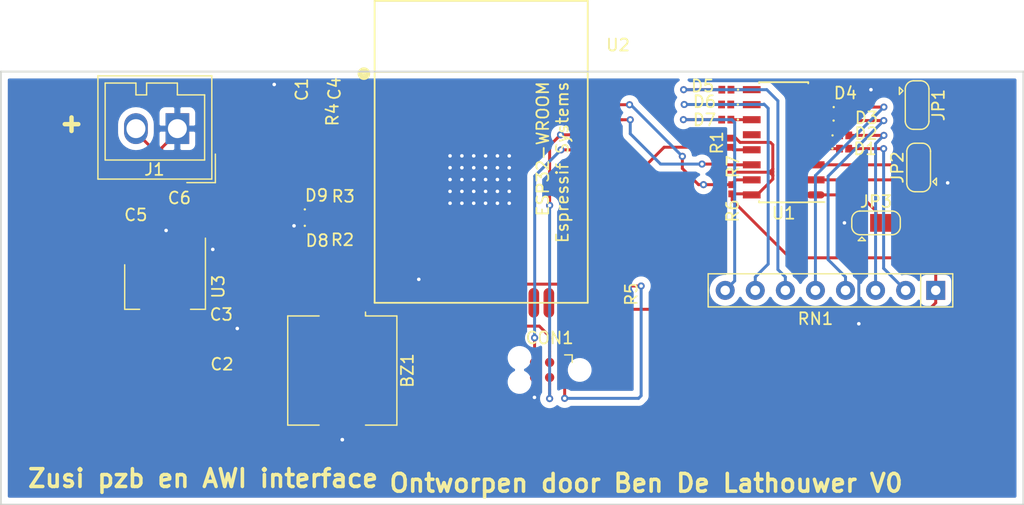
<source format=kicad_pcb>
(kicad_pcb (version 20171130) (host pcbnew "(5.0.0-rc2-dev-444-g2974a2c10)")
  (title_block (title "Zusi PZB interface ") (date 2018-05-13) (rev V0) (comment 1 "ontworpen door BDL"))
  (layers (0 F.Cu signal) (31 B.Cu signal) (34 B.Paste user) (35 F.Paste user) (36 B.SilkS user) (37 F.SilkS user) (38 B.Mask user) (39 F.Mask user) (44 Edge.Cuts user))
  (net 0 "")
  (net 1 "Net-(BZ1-Pad1)")
  (net 2 GND)
  (net 3 +3V3)
  (net 4 /GPIO0)
  (net 5 /Enable)
  (net 6 /RX)
  (net 7 /TX)
  (net 8 "Net-(JP1-Pad2)")
  (net 9 "Net-(JP2-Pad2)")
  (net 10 "Net-(JP3-Pad2)")
  (net 11 /~int)
  (net 12 "Net-(R2-Pad1)")
  (net 13 "Net-(D1-Pad2)")
  (net 14 "Net-(D2-Pad2)")
  (net 15 "Net-(R3-Pad1)")
  (net 16 /SDA)
  (net 17 /SCL)
  (net 18 "Net-(U1-Pad12)")
  (net 19 "Net-(U2-Pad32)")
  (net 20 "Net-(U2-Pad31)")
  (net 21 "Net-(U2-Pad30)")
  (net 22 "Net-(U2-Pad29)")
  (net 23 "Net-(U2-Pad28)")
  (net 24 "Net-(U2-Pad27)")
  (net 25 "Net-(U2-Pad26)")
  (net 26 "Net-(U2-Pad24)")
  (net 27 "Net-(U2-Pad23)")
  (net 28 "Net-(U2-Pad22)")
  (net 29 "Net-(U2-Pad21)")
  (net 30 "Net-(U2-Pad20)")
  (net 31 "Net-(U2-Pad19)")
  (net 32 "Net-(U2-Pad18)")
  (net 33 "Net-(U2-Pad17)")
  (net 34 "Net-(U2-Pad16)")
  (net 35 "Net-(U2-Pad13)")
  (net 36 "Net-(U2-Pad12)")
  (net 37 "Net-(U2-Pad8)")
  (net 38 "Net-(U2-Pad7)")
  (net 39 "Net-(U2-Pad6)")
  (net 40 "Net-(U2-Pad5)")
  (net 41 "Net-(U2-Pad4)")
  (net 42 +12V)
  (net 43 "Net-(D1-Pad1)")
  (net 44 "Net-(D2-Pad1)")
  (net 45 "Net-(D3-Pad1)")
  (net 46 "Net-(D3-Pad2)")
  (net 47 "Net-(D4-Pad2)")
  (net 48 "Net-(D4-Pad1)")
  (net 49 "Net-(D5-Pad1)")
  (net 50 "Net-(D5-Pad2)")
  (net 51 "Net-(D6-Pad2)")
  (net 52 "Net-(D6-Pad1)")
  (net 53 "Net-(D7-Pad1)")
  (net 54 "Net-(D7-Pad2)")
  (net 55 "Net-(D8-Pad2)")
  (net 56 "Net-(D9-Pad2)")
  (net 57 "Net-(U2-Pad11)")
  (module Buzzer_Beeper:Buzzer_Murata_PKMCS0909E4000-R1 (layer F.Cu) (at 159.9 81.13 270)
    (fp_text reference BZ1 (at 0 -5.5 270) (layer F.SilkS))
    (fp_text value Buzzer)
    (pad 1 smd rect (at -4.35 0 270) (size 1.3 3.4) (layers F.Cu F.Paste F.Mask) (net 1 "Net-(BZ1-Pad1)"))
    (pad 2 smd rect (at 4.35 0 270) (size 1.3 3.4) (layers F.Cu F.Paste F.Mask) (net 2 GND))
  )
  (module Package_SO:SOIC-16_3.9x9.9mm_P1.27mm (layer F.Cu) (at 197.18 61.85 180)
    (fp_text reference U1 (at 0 -6 180) (layer F.SilkS))
    (fp_text value PCF8574A)
    (pad 1 smd oval (at -2.7 -4.445 180) (size 1.5 0.6) (layers F.Cu F.Paste F.Mask) (net 10 "Net-(JP3-Pad2)"))
    (pad 2 smd rect (at -2.7 -3.175 180) (size 1.5 0.6) (layers F.Cu F.Paste F.Mask) (net 9 "Net-(JP2-Pad2)"))
    (pad 3 smd rect (at -2.7 -1.905 180) (size 1.5 0.6) (layers F.Cu F.Paste F.Mask) (net 8 "Net-(JP1-Pad2)"))
    (pad 4 smd rect (at -2.7 -0.635 180) (size 1.5 0.6) (layers F.Cu F.Paste F.Mask) (net 43 "Net-(D1-Pad1)"))
    (pad 5 smd rect (at -2.7 0.635 180) (size 1.5 0.6) (layers F.Cu F.Paste F.Mask) (net 44 "Net-(D2-Pad1)"))
    (pad 6 smd rect (at -2.7 1.905 180) (size 1.5 0.6) (layers F.Cu F.Paste F.Mask) (net 45 "Net-(D3-Pad1)"))
    (pad 7 smd rect (at -2.7 3.175 180) (size 1.5 0.6) (layers F.Cu F.Paste F.Mask) (net 48 "Net-(D4-Pad1)"))
    (pad 8 smd rect (at -2.7 4.445 180) (size 1.5 0.6) (layers F.Cu F.Paste F.Mask) (net 2 GND))
    (pad 9 smd rect (at 2.7 4.445 180) (size 1.5 0.6) (layers F.Cu F.Paste F.Mask) (net 49 "Net-(D5-Pad1)"))
    (pad 10 smd rect (at 2.7 3.175 180) (size 1.5 0.6) (layers F.Cu F.Paste F.Mask) (net 52 "Net-(D6-Pad1)"))
    (pad 11 smd rect (at 2.7 1.905 180) (size 1.5 0.6) (layers F.Cu F.Paste F.Mask) (net 53 "Net-(D7-Pad1)"))
    (pad 12 smd rect (at 2.7 0.635 180) (size 1.5 0.6) (layers F.Cu F.Paste F.Mask) (net 18 "Net-(U1-Pad12)"))
    (pad 13 smd rect (at 2.7 -0.635 180) (size 1.5 0.6) (layers F.Cu F.Paste F.Mask) (net 11 /~int))
    (pad 14 smd rect (at 2.7 -1.905 180) (size 1.5 0.6) (layers F.Cu F.Paste F.Mask) (net 17 /SCL))
    (pad 15 smd rect (at 2.7 -3.175 180) (size 1.5 0.6) (layers F.Cu F.Paste F.Mask) (net 16 /SDA))
    (pad 16 smd rect (at 2.7 -4.445 180) (size 1.5 0.6) (layers F.Cu F.Paste F.Mask) (net 3 +3V3))
  )
  (module ESP32-footprints-Lib:ESP32-WROOM (layer F.Cu) (at 171.63 62.66 180)
    (fp_text reference U2 (at -11.557 9.017 180) (layer F.SilkS))
    (fp_text value ESP32-WROOM)
    (fp_text user "Espressif Systems" (at -6.858 -0.889 270) (layer F.SilkS))
    (fp_text user ESP32-WROOM (at -5.207 0.254 270) (layer F.SilkS))
    (pad 38 smd oval (at -9 5.25 180) (size 2.5 0.9) (layers F.Cu F.Paste F.Mask) (net 2 GND))
    (pad 37 smd oval (at -9 3.98 180) (size 2.5 0.9) (layers F.Cu F.Paste F.Mask) (net 16 /SDA))
    (pad 36 smd oval (at -9 2.71 180) (size 2.5 0.9) (layers F.Cu F.Paste F.Mask) (net 17 /SCL))
    (pad 35 smd oval (at -9 1.44 180) (size 2.5 0.9) (layers F.Cu F.Paste F.Mask) (net 6 /RX))
    (pad 34 smd oval (at -9 0.17 180) (size 2.5 0.9) (layers F.Cu F.Paste F.Mask) (net 7 /TX))
    (pad 33 smd oval (at -9 -1.1 180) (size 2.5 0.9) (layers F.Cu F.Paste F.Mask) (net 11 /~int))
    (pad 32 smd oval (at -9 -2.37 180) (size 2.5 0.9) (layers F.Cu F.Paste F.Mask) (net 19 "Net-(U2-Pad32)"))
    (pad 31 smd oval (at -9 -3.64 180) (size 2.5 0.9) (layers F.Cu F.Paste F.Mask) (net 20 "Net-(U2-Pad31)"))
    (pad 30 smd oval (at -9 -4.91 180) (size 2.5 0.9) (layers F.Cu F.Paste F.Mask) (net 21 "Net-(U2-Pad30)"))
    (pad 29 smd oval (at -9 -6.18 180) (size 2.5 0.9) (layers F.Cu F.Paste F.Mask) (net 22 "Net-(U2-Pad29)"))
    (pad 28 smd oval (at -9 -7.45 180) (size 2.5 0.9) (layers F.Cu F.Paste F.Mask) (net 23 "Net-(U2-Pad28)"))
    (pad 27 smd oval (at -9 -8.72 180) (size 2.5 0.9) (layers F.Cu F.Paste F.Mask) (net 24 "Net-(U2-Pad27)"))
    (pad 26 smd oval (at -9 -9.99 180) (size 2.5 0.9) (layers F.Cu F.Paste F.Mask) (net 25 "Net-(U2-Pad26)"))
    (pad 25 smd oval (at -9 -11.26 180) (size 2.5 0.9) (layers F.Cu F.Paste F.Mask) (net 4 /GPIO0))
    (pad 24 smd oval (at -5.715 -12.75 180) (size 0.9 2.5) (layers F.Cu F.Paste F.Mask) (net 26 "Net-(U2-Pad24)"))
    (pad 23 smd oval (at -4.445 -12.75 180) (size 0.9 2.5) (layers F.Cu F.Paste F.Mask) (net 27 "Net-(U2-Pad23)"))
    (pad 22 smd oval (at -3.175 -12.75 180) (size 0.9 2.5) (layers F.Cu F.Paste F.Mask) (net 28 "Net-(U2-Pad22)"))
    (pad 21 smd oval (at -1.905 -12.75 180) (size 0.9 2.5) (layers F.Cu F.Paste F.Mask) (net 29 "Net-(U2-Pad21)"))
    (pad 20 smd oval (at -0.635 -12.75 180) (size 0.9 2.5) (layers F.Cu F.Paste F.Mask) (net 30 "Net-(U2-Pad20)"))
    (pad 19 smd oval (at 0.635 -12.75 180) (size 0.9 2.5) (layers F.Cu F.Paste F.Mask) (net 31 "Net-(U2-Pad19)"))
    (pad 18 smd oval (at 1.905 -12.75 180) (size 0.9 2.5) (layers F.Cu F.Paste F.Mask) (net 32 "Net-(U2-Pad18)"))
    (pad 17 smd oval (at 3.175 -12.75 180) (size 0.9 2.5) (layers F.Cu F.Paste F.Mask) (net 33 "Net-(U2-Pad17)"))
    (pad 16 smd oval (at 4.445 -12.75 180) (size 0.9 2.5) (layers F.Cu F.Paste F.Mask) (net 34 "Net-(U2-Pad16)"))
    (pad 15 smd oval (at 5.715 -12.75 180) (size 0.9 2.5) (layers F.Cu F.Paste F.Mask) (net 2 GND))
    (pad 14 smd oval (at 9 -11.26 180) (size 2.5 0.9) (layers F.Cu F.Paste F.Mask) (net 1 "Net-(BZ1-Pad1)"))
    (pad 13 smd oval (at 9 -9.99 180) (size 2.5 0.9) (layers F.Cu F.Paste F.Mask) (net 35 "Net-(U2-Pad13)"))
    (pad 12 smd oval (at 9 -8.72 180) (size 2.5 0.9) (layers F.Cu F.Paste F.Mask) (net 36 "Net-(U2-Pad12)"))
    (pad 11 smd oval (at 9 -7.45 180) (size 2.5 0.9) (layers F.Cu F.Paste F.Mask) (net 57 "Net-(U2-Pad11)"))
    (pad 10 smd oval (at 9 -6.18 180) (size 2.5 0.9) (layers F.Cu F.Paste F.Mask) (net 12 "Net-(R2-Pad1)"))
    (pad 9 smd oval (at 9 -4.91 180) (size 2.5 0.9) (layers F.Cu F.Paste F.Mask) (net 15 "Net-(R3-Pad1)"))
    (pad 8 smd oval (at 9 -3.64 180) (size 2.5 0.9) (layers F.Cu F.Paste F.Mask) (net 37 "Net-(U2-Pad8)"))
    (pad 7 smd oval (at 9 -2.37 180) (size 2.5 0.9) (layers F.Cu F.Paste F.Mask) (net 38 "Net-(U2-Pad7)"))
    (pad 6 smd oval (at 9 -1.1 180) (size 2.5 0.9) (layers F.Cu F.Paste F.Mask) (net 39 "Net-(U2-Pad6)"))
    (pad 5 smd oval (at 9 0.17 180) (size 2.5 0.9) (layers F.Cu F.Paste F.Mask) (net 40 "Net-(U2-Pad5)"))
    (pad 4 smd oval (at 9 1.44 180) (size 2.5 0.9) (layers F.Cu F.Paste F.Mask) (net 41 "Net-(U2-Pad4)"))
    (pad 3 smd oval (at 9 2.71 180) (size 2.5 0.9) (layers F.Cu F.Paste F.Mask) (net 5 /Enable))
    (pad 2 smd oval (at 9 3.98 180) (size 2.5 0.9) (layers F.Cu F.Paste F.Mask) (net 3 +3V3))
    (pad 1 smd oval (at 9 5.25 180) (size 2.5 0.9) (layers F.Cu F.Paste F.Mask) (net 2 GND))
    (pad 39 smd rect (at 0.3 -2.45 180) (size 6 6) (layers F.Cu F.Paste F.Mask) (net 2 GND))
  )
  (module Package_TO_SOT_SMD:SOT-223 (layer F.Cu) (at 144.93 74.05 270)
    (fp_text reference U3 (at 0 -4.5 270) (layer F.SilkS))
    (fp_text value NCP1117ST33T3G)
    (pad 4 smd rect (at 3.15 0 270) (size 2 3.8) (layers F.Cu F.Paste F.Mask) (net 3 +3V3))
    (pad 2 smd rect (at -3.15 0 270) (size 2 1.5) (layers F.Cu F.Paste F.Mask) (net 3 +3V3))
    (pad 3 smd rect (at -3.15 2.3 270) (size 2 1.5) (layers F.Cu F.Paste F.Mask) (net 42 +12V))
    (pad 1 smd rect (at -3.15 -2.3 270) (size 2 1.5) (layers F.Cu F.Paste F.Mask) (net 2 GND))
  )
  (module Resistor_SMD:R_0402_1005Metric (layer F.Cu) (at 149.68 77.58)
    (fp_text reference C3 (at 0 -1.18) (layer F.SilkS))
    (fp_text value C_Small)
    (pad 1 smd rect (at -0.3875 0) (size 0.575 0.65) (layers F.Cu F.Paste F.Mask) (net 3 +3V3))
    (pad 2 smd rect (at 0.3875 0) (size 0.575 0.65) (layers F.Cu F.Paste F.Mask) (net 2 GND))
  )
  (module Resistor_SMD:R_0402_1005Metric (layer F.Cu) (at 144.28 67.83 180)
    (fp_text reference C5 (at 1.82 -0.16 180) (layer F.SilkS))
    (fp_text value C_Small hide)
    (pad 1 smd rect (at -0.3875 0 180) (size 0.575 0.65) (layers F.Cu F.Paste F.Mask) (net 2 GND))
    (pad 2 smd rect (at 0.3875 0 180) (size 0.575 0.65) (layers F.Cu F.Paste F.Mask) (net 42 +12V))
  )
  (module Resistor_SMD:R_0402_1005Metric (layer F.Cu) (at 144.26 66.7)
    (fp_text reference C6 (at 1.88 -0.14) (layer F.SilkS))
    (fp_text value C_Small hide)
    (pad 2 smd rect (at 0.3875 0) (size 0.575 0.65) (layers F.Cu F.Paste F.Mask) (net 2 GND))
    (pad 1 smd rect (at -0.3875 0) (size 0.575 0.65) (layers F.Cu F.Paste F.Mask) (net 42 +12V))
  )
  (module LED_SMD:LED_0402_1005Metric (layer F.Cu) (at 202.28 62.39)
    (fp_text reference D1 (at 1.77 0.02) (layer F.SilkS))
    (fp_text value LED_Small_ALT)
    (pad 2 smd rect (at 0.3875 0) (size 0.575 0.65) (layers F.Cu F.Paste F.Mask) (net 13 "Net-(D1-Pad2)"))
    (pad 1 smd rect (at -0.3875 0) (size 0.575 0.65) (layers F.Cu F.Paste F.Mask) (net 43 "Net-(D1-Pad1)"))
  )
  (module LED_SMD:LED_0402_1005Metric (layer F.Cu) (at 202.29 61.27)
    (fp_text reference D2 (at 1.85 -0.15) (layer F.SilkS))
    (fp_text value LED_Small_ALT)
    (pad 1 smd rect (at -0.3875 0) (size 0.575 0.65) (layers F.Cu F.Paste F.Mask) (net 44 "Net-(D2-Pad1)"))
    (pad 2 smd rect (at 0.3875 0) (size 0.575 0.65) (layers F.Cu F.Paste F.Mask) (net 14 "Net-(D2-Pad2)"))
  )
  (module LED_SMD:LED_0402_1005Metric (layer F.Cu) (at 202.38 60.02)
    (fp_text reference D3 (at 1.79 -0.23) (layer F.SilkS))
    (fp_text value LED_Small_ALT)
    (pad 1 smd rect (at -0.3875 0) (size 0.575 0.65) (layers F.Cu F.Paste F.Mask) (net 45 "Net-(D3-Pad1)"))
    (pad 2 smd rect (at 0.3875 0) (size 0.575 0.65) (layers F.Cu F.Paste F.Mask) (net 46 "Net-(D3-Pad2)"))
  )
  (module LED_SMD:LED_0402_1005Metric (layer F.Cu) (at 202.39 58.88)
    (fp_text reference D4 (at 0 -1.18) (layer F.SilkS))
    (fp_text value LED_Small_ALT)
    (pad 2 smd rect (at 0.3875 0) (size 0.575 0.65) (layers F.Cu F.Paste F.Mask) (net 47 "Net-(D4-Pad2)"))
    (pad 1 smd rect (at -0.3875 0) (size 0.575 0.65) (layers F.Cu F.Paste F.Mask) (net 48 "Net-(D4-Pad1)"))
  )
  (module LED_SMD:LED_0402_1005Metric (layer F.Cu) (at 192.34 57.41 180)
    (fp_text reference D5 (at 2 0.31 180) (layer F.SilkS))
    (fp_text value LED_Small_ALT)
    (pad 1 smd rect (at -0.3875 0 180) (size 0.575 0.65) (layers F.Cu F.Paste F.Mask) (net 49 "Net-(D5-Pad1)"))
    (pad 2 smd rect (at 0.3875 0 180) (size 0.575 0.65) (layers F.Cu F.Paste F.Mask) (net 50 "Net-(D5-Pad2)"))
  )
  (module LED_SMD:LED_0402_1005Metric (layer F.Cu) (at 192.32 58.66 180)
    (fp_text reference D6 (at 1.83 0.23 180) (layer F.SilkS))
    (fp_text value LED_Small_ALT)
    (pad 2 smd rect (at 0.3875 0 180) (size 0.575 0.65) (layers F.Cu F.Paste F.Mask) (net 51 "Net-(D6-Pad2)"))
    (pad 1 smd rect (at -0.3875 0 180) (size 0.575 0.65) (layers F.Cu F.Paste F.Mask) (net 52 "Net-(D6-Pad1)"))
  )
  (module LED_SMD:LED_0402_1005Metric (layer F.Cu) (at 192.33 59.94 180)
    (fp_text reference D7 (at 1.84 -0.02 180) (layer F.SilkS))
    (fp_text value LED_Small_ALT)
    (pad 1 smd rect (at -0.3875 0 180) (size 0.575 0.65) (layers F.Cu F.Paste F.Mask) (net 53 "Net-(D7-Pad1)"))
    (pad 2 smd rect (at 0.3875 0 180) (size 0.575 0.65) (layers F.Cu F.Paste F.Mask) (net 54 "Net-(D7-Pad2)"))
  )
  (module LED_SMD:LED_0402_1005Metric (layer F.Cu) (at 157.72 67.52)
    (fp_text reference D9 (at 0 -1.18) (layer F.SilkS))
    (fp_text value LED_Small_ALT)
    (pad 1 smd rect (at -0.3875 0) (size 0.575 0.65) (layers F.Cu F.Paste F.Mask) (net 2 GND))
    (pad 2 smd rect (at 0.3875 0) (size 0.575 0.65) (layers F.Cu F.Paste F.Mask) (net 56 "Net-(D9-Pad2)"))
  )
  (module Connector_Wago:Wago_734-132_1x02_P3.50mm_Vertical (layer F.Cu) (at 145.97 60.7 180)
    (fp_text reference J1 (at 1.94 -3.45 180) (layer F.SilkS))
    (fp_text value Conn_01x02)
    (pad 1 thru_hole rect (at 0 0 180) (size 2 2.6) (drill 1.6) (layers *.Cu *.Mask) (net 2 GND))
    (pad 2 thru_hole oval (at 3.5 0 180) (size 2 2.6) (drill 1.6) (layers *.Cu *.Mask) (net 42 +12V))
  )
  (module Jumper:SolderJumper-3_P1.3mm_Open_RoundedPad1.0x1.5mm (layer F.Cu) (at 208.45 58.71 270)
    (fp_text reference JP1 (at 0 -1.8 270) (layer F.SilkS))
    (fp_text value SolderJumper_3_Open)
    (pad 3 smd rect (at 1 0 270) (size 0.5 1.5) (layers F.Cu F.Mask) (net 3 +3V3))
    (pad 3 smd roundrect (at 1.3 0 270) (size 1 1.5) (layers F.Cu F.Mask) (roundrect_rratio 0.5) (net 3 +3V3))
    (pad 2 smd rect (at 0 0 270) (size 1 1.5) (layers F.Cu F.Mask) (net 8 "Net-(JP1-Pad2)"))
    (pad 1 smd rect (at -1 0 270) (size 0.5 1.5) (layers F.Cu F.Mask) (net 2 GND))
    (pad 1 smd roundrect (at -1.3 0 270) (size 1 1.5) (layers F.Cu F.Mask) (roundrect_rratio 0.5) (net 2 GND))
  )
  (module Jumper:SolderJumper-3_P1.3mm_Open_RoundedPad1.0x1.5mm (layer F.Cu) (at 208.58 63.98 90)
    (fp_text reference JP2 (at 0 -1.8 90) (layer F.SilkS))
    (fp_text value SolderJumper_3_Open)
    (pad 1 smd roundrect (at -1.3 0 90) (size 1 1.5) (layers F.Cu F.Mask) (roundrect_rratio 0.5) (net 2 GND))
    (pad 1 smd rect (at -1 0 90) (size 0.5 1.5) (layers F.Cu F.Mask) (net 2 GND))
    (pad 2 smd rect (at 0 0 90) (size 1 1.5) (layers F.Cu F.Mask) (net 9 "Net-(JP2-Pad2)"))
    (pad 3 smd roundrect (at 1.3 0 90) (size 1 1.5) (layers F.Cu F.Mask) (roundrect_rratio 0.5) (net 3 +3V3))
    (pad 3 smd rect (at 1 0 90) (size 0.5 1.5) (layers F.Cu F.Mask) (net 3 +3V3))
  )
  (module Jumper:SolderJumper-3_P1.3mm_Open_RoundedPad1.0x1.5mm (layer F.Cu) (at 204.98 68.66)
    (fp_text reference JP3 (at 0 -1.8) (layer F.SilkS))
    (fp_text value SolderJumper_3_Open)
    (pad 1 smd roundrect (at -1.3 0) (size 1 1.5) (layers F.Cu F.Mask) (roundrect_rratio 0.5) (net 2 GND))
    (pad 1 smd rect (at -1 0) (size 0.5 1.5) (layers F.Cu F.Mask) (net 2 GND))
    (pad 2 smd rect (at 0 0) (size 1 1.5) (layers F.Cu F.Mask) (net 10 "Net-(JP3-Pad2)"))
    (pad 3 smd roundrect (at 1.3 0) (size 1 1.5) (layers F.Cu F.Mask) (roundrect_rratio 0.5) (net 3 +3V3))
    (pad 3 smd rect (at 1 0) (size 0.5 1.5) (layers F.Cu F.Mask) (net 3 +3V3))
  )
  (module Resistor_SMD:R_0402_1005Metric (layer F.Cu) (at 159.96 67.52 180)
    (fp_text reference R3 (at -0.02 1.1 180) (layer F.SilkS))
    (fp_text value R)
    (pad 1 smd rect (at -0.3875 0 180) (size 0.575 0.65) (layers F.Cu F.Paste F.Mask) (net 15 "Net-(R3-Pad1)"))
    (pad 2 smd rect (at 0.3875 0 180) (size 0.575 0.65) (layers F.Cu F.Paste F.Mask) (net 56 "Net-(D9-Pad2)"))
  )
  (module Resistor_SMD:R_0402_1005Metric (layer F.Cu) (at 192.83 65.82 270)
    (fp_text reference R6 (at 1.83 -0.03 270) (layer F.SilkS))
    (fp_text value R)
    (pad 2 smd rect (at 0.3875 0 270) (size 0.575 0.65) (layers F.Cu F.Paste F.Mask) (net 3 +3V3))
    (pad 1 smd rect (at -0.3875 0 270) (size 0.575 0.65) (layers F.Cu F.Paste F.Mask) (net 16 /SDA))
  )
  (module Resistor_SMD:R_0402_1005Metric (layer F.Cu) (at 191.49 64.08 270)
    (fp_text reference R7 (at -0.17 -1.41 270) (layer F.SilkS))
    (fp_text value R)
    (pad 1 smd rect (at -0.3875 0 270) (size 0.575 0.65) (layers F.Cu F.Paste F.Mask) (net 17 /SCL))
    (pad 2 smd rect (at 0.3875 0 270) (size 0.575 0.65) (layers F.Cu F.Paste F.Mask) (net 3 +3V3))
  )
  (module Resistor_THT:R_Array_SIP8 (layer F.Cu) (at 210.02 74.36 180)
    (fp_text reference RN1 (at 10.16 -2.4 180) (layer F.SilkS))
    (fp_text value R_Network07)
    (pad 1 thru_hole rect (at 0 0 180) (size 1.6 1.6) (drill 0.8) (layers *.Cu *.Mask) (net 3 +3V3))
    (pad 2 thru_hole oval (at 2.54 0 180) (size 1.6 1.6) (drill 0.8) (layers *.Cu *.Mask) (net 13 "Net-(D1-Pad2)"))
    (pad 3 thru_hole oval (at 5.08 0 180) (size 1.6 1.6) (drill 0.8) (layers *.Cu *.Mask) (net 14 "Net-(D2-Pad2)"))
    (pad 4 thru_hole oval (at 7.62 0 180) (size 1.6 1.6) (drill 0.8) (layers *.Cu *.Mask) (net 46 "Net-(D3-Pad2)"))
    (pad 5 thru_hole oval (at 10.16 0 180) (size 1.6 1.6) (drill 0.8) (layers *.Cu *.Mask) (net 47 "Net-(D4-Pad2)"))
    (pad 6 thru_hole oval (at 12.7 0 180) (size 1.6 1.6) (drill 0.8) (layers *.Cu *.Mask) (net 50 "Net-(D5-Pad2)"))
    (pad 7 thru_hole oval (at 15.24 0 180) (size 1.6 1.6) (drill 0.8) (layers *.Cu *.Mask) (net 51 "Net-(D6-Pad2)"))
    (pad 8 thru_hole oval (at 17.78 0 180) (size 1.6 1.6) (drill 0.8) (layers *.Cu *.Mask) (net 54 "Net-(D7-Pad2)"))
  )
  (module Resistor_SMD:R_0402_1005Metric (layer F.Cu) (at 192.71 61.89 270)
    (fp_text reference R1 (at 0 1.17 270) (layer F.SilkS))
    (fp_text value R)
    (pad 1 smd rect (at -0.3875 0 270) (size 0.575 0.65) (layers F.Cu F.Paste F.Mask) (net 3 +3V3))
    (pad 2 smd rect (at 0.3875 0 270) (size 0.575 0.65) (layers F.Cu F.Paste F.Mask) (net 11 /~int))
  )
  (module Resistor_SMD:R_0402_1005Metric (layer F.Cu) (at 157.69 57.35 270)
    (fp_text reference C1 (at 0.05 1.21 270) (layer F.SilkS))
    (fp_text value C_Small)
    (pad 2 smd rect (at 0.3875 0 270) (size 0.575 0.65) (layers F.Cu F.Paste F.Mask) (net 3 +3V3))
    (pad 1 smd rect (at -0.3875 0 270) (size 0.575 0.65) (layers F.Cu F.Paste F.Mask) (net 2 GND))
  )
  (module Resistor_SMD:R_0402_1005Metric (layer F.Cu) (at 149.64 79.09)
    (fp_text reference C2 (at 0.0975 1.51) (layer F.SilkS))
    (fp_text value C_Small)
    (pad 1 smd rect (at -0.3875 0) (size 0.575 0.65) (layers F.Cu F.Paste F.Mask) (net 3 +3V3))
    (pad 2 smd rect (at 0.3875 0) (size 0.575 0.65) (layers F.Cu F.Paste F.Mask) (net 2 GND))
  )
  (module Resistor_SMD:R_0402_1005Metric (layer F.Cu) (at 160.28 57.32 270)
    (fp_text reference C4 (at 0 1.04 270) (layer F.SilkS))
    (fp_text value C_Small)
    (pad 1 smd rect (at -0.3875 0 270) (size 0.575 0.65) (layers F.Cu F.Paste F.Mask) (net 2 GND))
    (pad 2 smd rect (at 0.3875 0 270) (size 0.575 0.65) (layers F.Cu F.Paste F.Mask) (net 3 +3V3))
  )
  (module Connector:Tag-Connect_TC2030-IDC-NL_2x03_P1.27mm_Vertical (layer F.Cu) (at 177.41 81.08 180)
    (fp_text reference CON1 (at 0 2.7 180) (layer F.SilkS))
    (fp_text value TAGconnect)
    (pad "" np_thru_hole circle (at 2.54 -1.016 180) (size 0.9906 0.9906) (drill 0.9906) (layers *.Cu *.Mask))
    (pad "" np_thru_hole circle (at 2.54 1.016 180) (size 0.9906 0.9906) (drill 0.9906) (layers *.Cu *.Mask))
    (pad "" np_thru_hole circle (at -2.54 0 180) (size 0.9906 0.9906) (drill 0.9906) (layers *.Cu *.Mask))
    (pad 1 connect circle (at -1.27 0.635 180) (size 0.7874 0.7874) (layers F.Cu F.Mask) (net 3 +3V3))
    (pad 2 connect circle (at -1.27 -0.635 180) (size 0.7874 0.7874) (layers F.Cu F.Mask) (net 4 /GPIO0))
    (pad 3 connect circle (at 0 0.635 180) (size 0.7874 0.7874) (layers F.Cu F.Mask) (net 5 /Enable))
    (pad 4 connect circle (at 0 -0.635 180) (size 0.7874 0.7874) (layers F.Cu F.Mask) (net 6 /RX))
    (pad 5 connect circle (at 1.27 0.635 180) (size 0.7874 0.7874) (layers F.Cu F.Mask) (net 7 /TX))
    (pad 6 connect circle (at 1.27 -0.635 180) (size 0.7874 0.7874) (layers F.Cu F.Mask) (net 2 GND))
  )
  (module LED_SMD:LED_0402_1005Metric (layer F.Cu) (at 157.717381 68.9075)
    (fp_text reference D8 (at 0.062619 1.2525) (layer F.SilkS))
    (fp_text value LED_Small_ALT)
    (pad 1 smd rect (at -0.3875 0) (size 0.575 0.65) (layers F.Cu F.Paste F.Mask) (net 2 GND))
    (pad 2 smd rect (at 0.3875 0) (size 0.575 0.65) (layers F.Cu F.Paste F.Mask) (net 55 "Net-(D8-Pad2)"))
  )
  (module Resistor_SMD:R_0402_1005Metric (layer F.Cu) (at 159.9175 68.91 180)
    (fp_text reference R2 (at 0 -1.18 180) (layer F.SilkS))
    (fp_text value R)
    (pad 1 smd rect (at -0.3875 0 180) (size 0.575 0.65) (layers F.Cu F.Paste F.Mask) (net 12 "Net-(R2-Pad1)"))
    (pad 2 smd rect (at 0.3875 0 180) (size 0.575 0.65) (layers F.Cu F.Paste F.Mask) (net 55 "Net-(D8-Pad2)"))
  )
  (module Inductor_SMD:L_0402_1005Metric (layer F.Cu) (at 160.26 59.59 270)
    (fp_text reference R4 (at -0.07 1.19 270) (layer F.SilkS))
    (fp_text value R)
    (pad 1 smd rect (at -0.3875 0 270) (size 0.575 0.65) (layers F.Cu F.Paste F.Mask) (net 3 +3V3))
    (pad 2 smd rect (at 0.3875 0 270) (size 0.575 0.65) (layers F.Cu F.Paste F.Mask) (net 5 /Enable))
  )
  (module Resistor_SMD:R_0402_1005Metric (layer F.Cu) (at 182.98 74.38 270)
    (fp_text reference R5 (at 0.3 -1.33 270) (layer F.SilkS))
    (fp_text value R)
    (pad 2 smd rect (at 0.3875 0 270) (size 0.575 0.65) (layers F.Cu F.Paste F.Mask) (net 3 +3V3))
    (pad 1 smd rect (at -0.3875 0 270) (size 0.575 0.65) (layers F.Cu F.Paste F.Mask) (net 4 /GPIO0))
  )
  (gr_text + (at 137.03 60.22) (layer F.SilkS) (effects (font (size 1.5 1.5) (thickness 0.375))))
  (gr_text "Ontworpen door Ben De Lathouwer V0\n" (at 185.56 90.64) (layer F.SilkS) (effects (font (size 1.5 1.5) (thickness 0.3))))
  (gr_text "Zusi pzb en AWI interface \n" (at 148.71 90.24) (layer F.SilkS) (effects (font (size 1.5 1.5) (thickness 0.3))))
  (gr_line (start 217.424 55.88) (end 217.424 92.456) (layer Edge.Cuts) (width 0.15))
  (gr_line (start 131.064 55.88) (end 217.424 55.88) (layer Edge.Cuts) (width 0.15))
  (gr_line (start 131.064 92.456) (end 131.064 55.88) (layer Edge.Cuts) (width 0.15))
  (gr_line (start 131.064 92.456) (end 217.424 92.456) (layer Edge.Cuts) (width 0.15))
  (segment (start 147.23 70.65) (end 147.23 70.9) (width 0.25) (layer F.Cu) (net 2))
  (segment (start 150.0275 77.62) (end 150.0675 77.58) (width 0.25) (layer F.Cu) (net 2))
  (segment (start 150.0275 79.09) (end 150.0275 77.62) (width 0.25) (layer F.Cu) (net 2))
  (segment (start 150.0675 77.58) (end 151.03 77.58) (width 0.25) (layer F.Cu) (net 2))
  (segment (start 150.605 77.58) (end 151.03 77.58) (width 0.25) (layer F.Cu) (net 2))
  (segment (start 151.03 77.58) (end 150.605 77.58) (width 0.25) (layer F.Cu) (net 2))
  (via (at 151.03 77.58) (size 0.6) (drill 0.3) (layers F.Cu B.Cu) (net 2))
  (segment (start 144.6675 66.72) (end 144.6475 66.7) (width 0.25) (layer F.Cu) (net 2))
  (segment (start 144.6675 67.83) (end 144.6675 66.72) (width 0.25) (layer F.Cu) (net 2))
  (segment (start 145.97 61) (end 145.97 60.7) (width 0.25) (layer F.Cu) (net 2))
  (segment (start 144.6475 62.3225) (end 145.97 61) (width 0.25) (layer F.Cu) (net 2))
  (segment (start 144.6475 66.7) (end 144.6475 62.3225) (width 0.25) (layer F.Cu) (net 2))
  (segment (start 145.03 69.35) (end 145.018076 69.3) (width 0.25) (layer F.Cu) (net 2))
  (segment (start 145.018076 69.3) (end 144.6675 67.83) (width 0.25) (layer F.Cu) (net 2))
  (via (at 145.018076 69.3) (size 0.6) (drill 0.3) (layers F.Cu B.Cu) (net 2))
  (segment (start 160.6525 56.9325) (end 160.28 56.9325) (width 0.25) (layer F.Cu) (net 2))
  (segment (start 161.13 57.41) (end 160.6525 56.9325) (width 0.25) (layer F.Cu) (net 2))
  (segment (start 162.63 57.41) (end 161.13 57.41) (width 0.25) (layer F.Cu) (net 2))
  (segment (start 157.72 56.9325) (end 157.69 56.9625) (width 0.25) (layer F.Cu) (net 2))
  (segment (start 160.28 56.9325) (end 157.72 56.9325) (width 0.25) (layer F.Cu) (net 2))
  (segment (start 157.3325 68.904881) (end 157.329881 68.9075) (width 0.25) (layer F.Cu) (net 2))
  (segment (start 157.3325 67.52) (end 157.3325 68.904881) (width 0.25) (layer F.Cu) (net 2))
  (segment (start 144.93 75.95) (end 144.93 70.9) (width 0.25) (layer F.Cu) (net 3))
  (segment (start 144.93 77.2) (end 144.93 75.95) (width 0.25) (layer F.Cu) (net 3))
  (segment (start 145.31 77.58) (end 144.93 77.2) (width 0.25) (layer F.Cu) (net 3))
  (segment (start 149.2925 77.58) (end 145.31 77.58) (width 0.25) (layer F.Cu) (net 3))
  (segment (start 148.715 79.09) (end 149.2525 79.09) (width 0.25) (layer F.Cu) (net 3))
  (segment (start 145.57 79.09) (end 148.715 79.09) (width 0.25) (layer F.Cu) (net 3))
  (segment (start 144.93 78.45) (end 145.57 79.09) (width 0.25) (layer F.Cu) (net 3))
  (segment (start 144.93 77.2) (end 144.93 78.45) (width 0.25) (layer F.Cu) (net 3))
  (segment (start 144.93 70.65) (end 156.3775 59.2025) (width 0.25) (layer F.Cu) (net 3))
  (segment (start 159.685 59.2025) (end 160.26 59.2025) (width 0.25) (layer F.Cu) (net 3))
  (segment (start 144.93 70.9) (end 144.93 70.65) (width 0.25) (layer F.Cu) (net 3))
  (segment (start 160.28 59.1825) (end 160.26 59.2025) (width 0.25) (layer F.Cu) (net 3))
  (segment (start 161.13 58.68) (end 160.9 58.45) (width 0.25) (layer F.Cu) (net 3))
  (segment (start 162.63 58.68) (end 161.13 58.68) (width 0.25) (layer F.Cu) (net 3))
  (segment (start 160.9 58.45) (end 160.28 58.45) (width 0.25) (layer F.Cu) (net 3))
  (segment (start 160.28 57.7075) (end 160.28 58.45) (width 0.25) (layer F.Cu) (net 3))
  (segment (start 160.28 58.45) (end 160.28 59.1825) (width 0.25) (layer F.Cu) (net 3))
  (segment (start 160.2875 59.95) (end 160.26 59.9775) (width 0.25) (layer F.Cu) (net 5))
  (segment (start 162.63 59.95) (end 160.2875 59.95) (width 0.25) (layer F.Cu) (net 5))
  (segment (start 160.375 68.84) (end 160.305 68.91) (width 0.25) (layer F.Cu) (net 12))
  (segment (start 162.63 68.84) (end 160.375 68.84) (width 0.25) (layer F.Cu) (net 12))
  (segment (start 162.58 67.52) (end 162.63 67.57) (width 0.25) (layer F.Cu) (net 15))
  (segment (start 160.3475 67.52) (end 162.58 67.52) (width 0.25) (layer F.Cu) (net 15))
  (segment (start 143.8925 67.83) (end 143.8925 67.8675) (width 0.25) (layer F.Cu) (net 42))
  (segment (start 143.8725 62.4025) (end 143.8725 66.7) (width 0.25) (layer F.Cu) (net 42))
  (segment (start 142.47 60.7) (end 142.47 61) (width 0.25) (layer F.Cu) (net 42))
  (segment (start 142.47 61) (end 143.8725 62.4025) (width 0.25) (layer F.Cu) (net 42))
  (segment (start 143.8925 66.72) (end 143.8725 66.7) (width 0.25) (layer F.Cu) (net 42))
  (segment (start 143.8925 67.83) (end 143.8925 66.72) (width 0.25) (layer F.Cu) (net 42))
  (segment (start 143.8925 69.3875) (end 143.8925 67.83) (width 0.25) (layer F.Cu) (net 42))
  (segment (start 142.63 70.9) (end 142.63 70.65) (width 0.25) (layer F.Cu) (net 42))
  (segment (start 142.63 70.65) (end 143.8925 69.3875) (width 0.25) (layer F.Cu) (net 42))
  (segment (start 159.5275 68.9075) (end 159.53 68.91) (width 0.25) (layer F.Cu) (net 55))
  (segment (start 158.104881 68.9075) (end 159.5275 68.9075) (width 0.25) (layer F.Cu) (net 55))
  (segment (start 158.1075 67.52) (end 159.5725 67.52) (width 0.25) (layer F.Cu) (net 56))
  (segment (start 161.86 73.92) (end 162.63 73.92) (width 0.25) (layer F.Cu) (net 1))
  (segment (start 159.9 75.88) (end 161.86 73.92) (width 0.25) (layer F.Cu) (net 1))
  (segment (start 159.9 76.78) (end 159.9 75.88) (width 0.25) (layer F.Cu) (net 1))
  (segment (start 199.885 57.41) (end 199.88 57.405) (width 0.25) (layer F.Cu) (net 2))
  (segment (start 208.45 57.41) (end 204.55 57.41) (width 0.25) (layer F.Cu) (net 2))
  (segment (start 209.43 65.28) (end 209.44 65.29) (width 0.25) (layer F.Cu) (net 2))
  (segment (start 208.58 65.28) (end 209.43 65.28) (width 0.25) (layer F.Cu) (net 2))
  (segment (start 209.43 65.28) (end 211.03 65.28) (width 0.25) (layer F.Cu) (net 2))
  (segment (start 211.03 65.28) (end 211.03 65.28) (width 0.25) (layer F.Cu) (net 2))
  (via (at 211.03 65.28) (size 0.6) (drill 0.3) (layers F.Cu B.Cu) (net 2))
  (segment (start 204.55 57.41) (end 199.885 57.41) (width 0.25) (layer F.Cu) (net 2))
  (via (at 204.55 57.41) (size 0.6) (drill 0.3) (layers F.Cu B.Cu) (net 2))
  (segment (start 147.23 70.9) (end 148.23 70.9) (width 0.25) (layer F.Cu) (net 2))
  (segment (start 148.23 70.9) (end 148.96 70.9) (width 0.25) (layer F.Cu) (net 2))
  (segment (start 148.96 70.9) (end 148.96 70.9) (width 0.25) (layer F.Cu) (net 2))
  (via (at 148.96 70.9) (size 0.6) (drill 0.3) (layers F.Cu B.Cu) (net 2))
  (segment (start 156.792381 68.9075) (end 156.789881 68.91) (width 0.25) (layer F.Cu) (net 2))
  (segment (start 157.329881 68.9075) (end 156.792381 68.9075) (width 0.25) (layer F.Cu) (net 2))
  (segment (start 156.792381 68.9075) (end 155.8225 68.9075) (width 0.25) (layer F.Cu) (net 2))
  (segment (start 155.8225 68.9075) (end 155.8225 68.9075) (width 0.25) (layer F.Cu) (net 2))
  (via (at 155.8225 68.9075) (size 0.6) (drill 0.3) (layers F.Cu B.Cu) (net 2))
  (segment (start 157.115 56.9625) (end 157.1075 56.97) (width 0.25) (layer F.Cu) (net 2))
  (segment (start 157.69 56.9625) (end 157.115 56.9625) (width 0.25) (layer F.Cu) (net 2))
  (segment (start 157.1075 56.97) (end 154.15 56.97) (width 0.25) (layer F.Cu) (net 2))
  (segment (start 154.15 56.97) (end 154.15 56.97) (width 0.25) (layer F.Cu) (net 2))
  (via (at 154.15 56.97) (size 0.6) (drill 0.3) (layers F.Cu B.Cu) (net 2))
  (via (at 169 63) (size 0.6) (drill 0.3) (layers F.Cu B.Cu) (net 2))
  (via (at 171 63) (size 0.6) (drill 0.3) (layers F.Cu B.Cu) (net 2))
  (via (at 173 63) (size 0.6) (drill 0.3) (layers F.Cu B.Cu) (net 2))
  (via (at 174 63) (size 0.6) (drill 0.3) (layers F.Cu B.Cu) (net 2))
  (via (at 172 63) (size 0.6) (drill 0.3) (layers F.Cu B.Cu) (net 2))
  (via (at 170 63) (size 0.6) (drill 0.3) (layers F.Cu B.Cu) (net 2))
  (via (at 169 64) (size 0.6) (drill 0.3) (layers F.Cu B.Cu) (net 2))
  (via (at 170 64) (size 0.6) (drill 0.3) (layers F.Cu B.Cu) (net 2))
  (via (at 171 64) (size 0.6) (drill 0.3) (layers F.Cu B.Cu) (net 2))
  (via (at 172 64) (size 0.6) (drill 0.3) (layers F.Cu B.Cu) (net 2))
  (via (at 173 64) (size 0.6) (drill 0.3) (layers F.Cu B.Cu) (net 2))
  (via (at 174 64) (size 0.6) (drill 0.3) (layers F.Cu B.Cu) (net 2))
  (via (at 169 65) (size 0.6) (drill 0.3) (layers F.Cu B.Cu) (net 2))
  (via (at 170 65) (size 0.6) (drill 0.3) (layers F.Cu B.Cu) (net 2))
  (via (at 171 65) (size 0.6) (drill 0.3) (layers F.Cu B.Cu) (net 2))
  (via (at 172 65) (size 0.6) (drill 0.3) (layers F.Cu B.Cu) (net 2))
  (via (at 173 65) (size 0.6) (drill 0.3) (layers F.Cu B.Cu) (net 2))
  (via (at 174 65) (size 0.6) (drill 0.3) (layers F.Cu B.Cu) (net 2))
  (via (at 169 66) (size 0.6) (drill 0.3) (layers F.Cu B.Cu) (net 2))
  (via (at 170 66) (size 0.6) (drill 0.3) (layers F.Cu B.Cu) (net 2))
  (via (at 171 66) (size 0.6) (drill 0.3) (layers F.Cu B.Cu) (net 2))
  (via (at 172 66) (size 0.6) (drill 0.3) (layers F.Cu B.Cu) (net 2))
  (via (at 173 66) (size 0.6) (drill 0.3) (layers F.Cu B.Cu) (net 2))
  (via (at 174 66) (size 0.6) (drill 0.3) (layers F.Cu B.Cu) (net 2))
  (via (at 169 67) (size 0.6) (drill 0.3) (layers F.Cu B.Cu) (net 2))
  (via (at 170 67) (size 0.6) (drill 0.3) (layers F.Cu B.Cu) (net 2))
  (via (at 171 67) (size 0.6) (drill 0.3) (layers F.Cu B.Cu) (net 2))
  (via (at 172 67) (size 0.6) (drill 0.3) (layers F.Cu B.Cu) (net 2))
  (via (at 173 67) (size 0.6) (drill 0.3) (layers F.Cu B.Cu) (net 2))
  (via (at 174 67) (size 0.6) (drill 0.3) (layers F.Cu B.Cu) (net 2))
  (segment (start 159.9 85.48) (end 159.9 86.38) (width 0.25) (layer F.Cu) (net 2))
  (segment (start 159.9 86.38) (end 159.9 86.97) (width 0.25) (layer F.Cu) (net 2))
  (segment (start 159.9 86.97) (end 159.9 86.97) (width 0.25) (layer F.Cu) (net 2))
  (via (at 159.9 86.97) (size 0.6) (drill 0.3) (layers F.Cu B.Cu) (net 2))
  (segment (start 159.9 86.97) (end 159.9 86.97) (width 0.25) (layer F.Cu) (net 2))
  (via (at 159.9 86.97) (size 0.6) (drill 0.3) (layers F.Cu B.Cu) (net 2))
  (segment (start 176.14 82.271775) (end 176.13 82.281775) (width 0.25) (layer F.Cu) (net 2))
  (segment (start 176.14 81.715) (end 176.14 82.271775) (width 0.25) (layer F.Cu) (net 2))
  (segment (start 176.13 82.281775) (end 176.13 83.4) (width 0.25) (layer F.Cu) (net 2))
  (segment (start 176.13 83.4) (end 176.13 83.4) (width 0.25) (layer F.Cu) (net 2))
  (via (at 176.13 83.4) (size 0.6) (drill 0.3) (layers F.Cu B.Cu) (net 2))
  (segment (start 170.99 57.41) (end 171 57.42) (width 0.25) (layer F.Cu) (net 2))
  (segment (start 165.915 75.41) (end 165.915 73.91) (width 0.25) (layer F.Cu) (net 2))
  (segment (start 165.915 73.91) (end 165.915 73.875) (width 0.25) (layer F.Cu) (net 2))
  (segment (start 165.915 73.875) (end 166.36 73.43) (width 0.25) (layer F.Cu) (net 2))
  (segment (start 166.36 73.43) (end 166.36 73.43) (width 0.25) (layer F.Cu) (net 2))
  (via (at 166.36 73.43) (size 0.6) (drill 0.3) (layers F.Cu B.Cu) (net 2))
  (segment (start 171 57.82) (end 170.59 57.41) (width 0.25) (layer F.Cu) (net 2))
  (segment (start 170.59 57.41) (end 162.63 57.41) (width 0.25) (layer F.Cu) (net 2))
  (segment (start 170.99 57.41) (end 170.59 57.41) (width 0.25) (layer F.Cu) (net 2))
  (segment (start 171 57.89) (end 171 63) (width 0.25) (layer F.Cu) (net 2))
  (segment (start 171 57.89) (end 171 57.82) (width 0.25) (layer F.Cu) (net 2))
  (segment (start 171 57.42) (end 171 57.89) (width 0.25) (layer F.Cu) (net 2))
  (segment (start 171 57.77) (end 171.36 57.41) (width 0.25) (layer F.Cu) (net 2))
  (segment (start 171 57.89) (end 171 57.77) (width 0.25) (layer F.Cu) (net 2))
  (segment (start 180.63 57.41) (end 171.36 57.41) (width 0.25) (layer F.Cu) (net 2))
  (segment (start 171.36 57.41) (end 170.99 57.41) (width 0.25) (layer F.Cu) (net 2))
  (segment (start 203.98 68.66) (end 202.31 68.66) (width 0.25) (layer F.Cu) (net 2))
  (segment (start 202.31 68.66) (end 202.31 68.66) (width 0.25) (layer F.Cu) (net 2))
  (via (at 202.31 68.66) (size 0.6) (drill 0.3) (layers F.Cu B.Cu) (net 2))
  (segment (start 203.525001 70.299265) (end 203.525001 77.18) (width 0.25) (layer B.Cu) (net 2))
  (segment (start 202.31 68.66) (end 202.31 69.084264) (width 0.25) (layer B.Cu) (net 2))
  (segment (start 202.31 69.084264) (end 203.525001 70.299265) (width 0.25) (layer B.Cu) (net 2))
  (segment (start 203.525001 77.18) (end 203.525001 77.254999) (width 0.25) (layer B.Cu) (net 2))
  (via (at 203.525001 77.18) (size 0.6) (drill 0.3) (layers F.Cu B.Cu) (net 2))
  (segment (start 194.3925 66.2075) (end 194.48 66.295) (width 0.25) (layer F.Cu) (net 3))
  (segment (start 192.83 66.2075) (end 194.3925 66.2075) (width 0.25) (layer F.Cu) (net 3))
  (segment (start 208.45 62.85) (end 208.58 62.98) (width 0.25) (layer F.Cu) (net 3))
  (segment (start 208.45 60.01) (end 208.45 62.85) (width 0.25) (layer F.Cu) (net 3))
  (segment (start 206.28 68.66) (end 208.91 68.66) (width 0.25) (layer F.Cu) (net 3))
  (segment (start 209.42 69.17) (end 209.48 69.17) (width 0.25) (layer F.Cu) (net 3))
  (segment (start 209.42 69.17) (end 210.02 69.77) (width 0.25) (layer F.Cu) (net 3))
  (segment (start 208.91 68.66) (end 209.42 69.17) (width 0.25) (layer F.Cu) (net 3))
  (segment (start 209.48 69.17) (end 212.89 65.76) (width 0.25) (layer F.Cu) (net 3))
  (segment (start 212.89 65.76) (end 212.89 63.14) (width 0.25) (layer F.Cu) (net 3))
  (segment (start 164.13 58.68) (end 165.05 59.6) (width 0.25) (layer F.Cu) (net 3))
  (segment (start 162.63 58.68) (end 164.13 58.68) (width 0.25) (layer F.Cu) (net 3))
  (segment (start 165.05 59.6) (end 165.05 70.77) (width 0.25) (layer F.Cu) (net 3))
  (segment (start 168.11499 73.83499) (end 178.25501 73.83499) (width 0.25) (layer F.Cu) (net 3))
  (segment (start 165.05 70.77) (end 168.11499 73.83499) (width 0.25) (layer F.Cu) (net 3))
  (segment (start 178.25501 73.83499) (end 178.68 74.25998) (width 0.25) (layer F.Cu) (net 3))
  (segment (start 182.98 78.5) (end 182.98 76.145) (width 0.25) (layer F.Cu) (net 3))
  (segment (start 182.15 79.33) (end 182.98 78.5) (width 0.25) (layer F.Cu) (net 3))
  (segment (start 210.02 75.41) (end 209.47 75.96) (width 0.25) (layer F.Cu) (net 3))
  (segment (start 210.02 74.36) (end 210.02 75.41) (width 0.25) (layer F.Cu) (net 3))
  (segment (start 183.165 75.96) (end 182.98 76.145) (width 0.25) (layer F.Cu) (net 3))
  (segment (start 209.47 75.96) (end 183.165 75.96) (width 0.25) (layer F.Cu) (net 3))
  (segment (start 183.165 75.835) (end 182.98 75.65) (width 0.25) (layer F.Cu) (net 3))
  (segment (start 183.165 75.96) (end 183.165 75.835) (width 0.25) (layer F.Cu) (net 3))
  (segment (start 182.98 74.7675) (end 182.98 75.65) (width 0.25) (layer F.Cu) (net 3))
  (segment (start 183.025 75.835) (end 182.98 75.88) (width 0.25) (layer F.Cu) (net 3))
  (segment (start 183.165 75.835) (end 183.025 75.835) (width 0.25) (layer F.Cu) (net 3))
  (segment (start 182.98 75.65) (end 182.98 75.88) (width 0.25) (layer F.Cu) (net 3))
  (segment (start 182.98 75.88) (end 182.98 76.145) (width 0.25) (layer F.Cu) (net 3))
  (segment (start 157.63 59.2025) (end 157.63 59.02) (width 0.25) (layer F.Cu) (net 3))
  (segment (start 157.69 58.96) (end 157.69 58.9) (width 0.25) (layer F.Cu) (net 3))
  (segment (start 157.63 59.02) (end 157.69 58.96) (width 0.25) (layer F.Cu) (net 3))
  (segment (start 157.88 59.09) (end 157.69 58.9) (width 0.25) (layer F.Cu) (net 3))
  (segment (start 157.88 59.2025) (end 157.88 59.09) (width 0.25) (layer F.Cu) (net 3))
  (segment (start 157.88 59.2025) (end 159.685 59.2025) (width 0.25) (layer F.Cu) (net 3))
  (segment (start 157.63 59.2025) (end 157.88 59.2025) (width 0.25) (layer F.Cu) (net 3))
  (segment (start 157.19 59.2025) (end 157.3375 59.2025) (width 0.25) (layer F.Cu) (net 3))
  (segment (start 157.69 58.9) (end 157.69 58.85) (width 0.25) (layer F.Cu) (net 3))
  (segment (start 157.3375 59.2025) (end 157.69 58.85) (width 0.25) (layer F.Cu) (net 3))
  (segment (start 157.69 58.85) (end 157.69 57.7375) (width 0.25) (layer F.Cu) (net 3))
  (segment (start 157.19 59.2025) (end 157.63 59.2025) (width 0.25) (layer F.Cu) (net 3))
  (segment (start 156.3775 59.2025) (end 157.19 59.2025) (width 0.25) (layer F.Cu) (net 3))
  (segment (start 208.91 68.66) (end 209.23 68.66) (width 0.25) (layer F.Cu) (net 3))
  (segment (start 210.02 69.45) (end 210.02 69.77) (width 0.25) (layer F.Cu) (net 3))
  (segment (start 209.23 68.66) (end 210.02 69.45) (width 0.25) (layer F.Cu) (net 3))
  (segment (start 212.43 62.68) (end 208.58 62.68) (width 0.25) (layer F.Cu) (net 3))
  (segment (start 212.89 63.14) (end 212.43 62.68) (width 0.25) (layer F.Cu) (net 3))
  (segment (start 192.83 66.745) (end 197.695 71.61) (width 0.25) (layer F.Cu) (net 3))
  (segment (start 192.83 66.2075) (end 192.83 66.745) (width 0.25) (layer F.Cu) (net 3))
  (segment (start 209.37 71.61) (end 209.58 71.61) (width 0.25) (layer F.Cu) (net 3))
  (segment (start 210.02 71.17) (end 210.02 71.61) (width 0.25) (layer F.Cu) (net 3))
  (segment (start 210.02 69.77) (end 210.02 71.17) (width 0.25) (layer F.Cu) (net 3))
  (segment (start 197.695 71.61) (end 209.37 71.61) (width 0.25) (layer F.Cu) (net 3))
  (segment (start 210.02 71.61) (end 210.02 72.03) (width 0.25) (layer F.Cu) (net 3))
  (segment (start 209.6 71.61) (end 210.02 72.03) (width 0.25) (layer F.Cu) (net 3))
  (segment (start 210.02 72.03) (end 210.02 74.36) (width 0.25) (layer F.Cu) (net 3))
  (segment (start 209.6 71.61) (end 210.02 71.61) (width 0.25) (layer F.Cu) (net 3))
  (segment (start 209.37 71.61) (end 209.6 71.61) (width 0.25) (layer F.Cu) (net 3))
  (segment (start 209.89 71.48) (end 210.02 71.61) (width 0.25) (layer F.Cu) (net 3))
  (segment (start 209.71 71.48) (end 209.89 71.48) (width 0.25) (layer F.Cu) (net 3))
  (segment (start 209.71 71.48) (end 210.02 71.17) (width 0.25) (layer F.Cu) (net 3))
  (segment (start 209.58 71.61) (end 209.71 71.48) (width 0.25) (layer F.Cu) (net 3))
  (segment (start 192.71 61.5025) (end 193.132498 61.5025) (width 0.25) (layer F.Cu) (net 3))
  (segment (start 193.489997 61.859999) (end 196.059999 61.859999) (width 0.25) (layer F.Cu) (net 3))
  (segment (start 193.132498 61.5025) (end 193.489997 61.859999) (width 0.25) (layer F.Cu) (net 3))
  (segment (start 196.059999 61.859999) (end 196.26 62.06) (width 0.25) (layer F.Cu) (net 3))
  (segment (start 194.93 66.295) (end 194.48 66.295) (width 0.25) (layer F.Cu) (net 3))
  (segment (start 196.26 64.965) (end 194.93 66.295) (width 0.25) (layer F.Cu) (net 3))
  (segment (start 196.219999 64.380001) (end 196.26 64.34) (width 0.25) (layer F.Cu) (net 3))
  (segment (start 192.065 64.4675) (end 192.152499 64.380001) (width 0.25) (layer F.Cu) (net 3))
  (segment (start 191.49 64.4675) (end 192.065 64.4675) (width 0.25) (layer F.Cu) (net 3))
  (segment (start 196.26 64.67) (end 196.26 64.650001) (width 0.25) (layer F.Cu) (net 3))
  (segment (start 192.152499 64.380001) (end 195.99 64.380001) (width 0.25) (layer F.Cu) (net 3))
  (segment (start 195.99 64.380001) (end 196.219999 64.380001) (width 0.25) (layer F.Cu) (net 3))
  (segment (start 196.26 64.67) (end 196.26 64.965) (width 0.25) (layer F.Cu) (net 3))
  (segment (start 196.26 64.650001) (end 195.99 64.380001) (width 0.25) (layer F.Cu) (net 3))
  (segment (start 196.26 64.34) (end 196.26 64.67) (width 0.25) (layer F.Cu) (net 3))
  (segment (start 196.26 64.110001) (end 195.99 64.380001) (width 0.25) (layer F.Cu) (net 3))
  (segment (start 196.26 64.09) (end 196.26 64.110001) (width 0.25) (layer F.Cu) (net 3))
  (segment (start 196.26 64.09) (end 196.26 64.34) (width 0.25) (layer F.Cu) (net 3))
  (segment (start 196.26 62.06) (end 196.26 64.09) (width 0.25) (layer F.Cu) (net 3))
  (segment (start 179.03 79.33) (end 182.15 79.33) (width 0.25) (layer F.Cu) (net 3))
  (segment (start 178.68 79.59) (end 178.77 79.59) (width 0.25) (layer F.Cu) (net 3))
  (segment (start 178.68 79.59) (end 178.68 80.445) (width 0.25) (layer F.Cu) (net 3))
  (segment (start 178.77 79.59) (end 179.03 79.33) (width 0.25) (layer F.Cu) (net 3))
  (segment (start 178.68 79.33) (end 178.68 79.59) (width 0.25) (layer F.Cu) (net 3))
  (segment (start 178.68 79.1) (end 178.91 79.33) (width 0.25) (layer F.Cu) (net 3))
  (segment (start 178.68 79.33) (end 178.91 79.33) (width 0.25) (layer F.Cu) (net 3))
  (segment (start 178.68 78.98) (end 178.68 79.1) (width 0.25) (layer F.Cu) (net 3))
  (segment (start 178.68 78.98) (end 178.68 79.33) (width 0.25) (layer F.Cu) (net 3))
  (segment (start 178.91 79.33) (end 179.03 79.33) (width 0.25) (layer F.Cu) (net 3))
  (segment (start 178.68 74.25998) (end 178.68 78.98) (width 0.25) (layer F.Cu) (net 3))
  (segment (start 182.9075 73.92) (end 182.98 73.9925) (width 0.25) (layer F.Cu) (net 4))
  (segment (start 180.63 73.92) (end 182.9075 73.92) (width 0.25) (layer F.Cu) (net 4))
  (segment (start 178.68 81.715) (end 178.68 82.271775) (width 0.25) (layer F.Cu) (net 4))
  (segment (start 178.68 82.271775) (end 178.68 83.48) (width 0.25) (layer F.Cu) (net 4))
  (segment (start 178.68 83.48) (end 178.68 83.48) (width 0.25) (layer F.Cu) (net 4))
  (segment (start 178.68 83.48) (end 178.68 83.48) (width 0.25) (layer F.Cu) (net 4))
  (via (at 178.68 83.48) (size 0.6) (drill 0.3) (layers F.Cu B.Cu) (net 4))
  (segment (start 183.555 73.9925) (end 183.5575 73.99) (width 0.25) (layer F.Cu) (net 4))
  (segment (start 182.98 73.9925) (end 183.555 73.9925) (width 0.25) (layer F.Cu) (net 4))
  (segment (start 183.5575 73.99) (end 185.14 73.99) (width 0.25) (layer F.Cu) (net 4))
  (segment (start 185.14 73.99) (end 185.15 73.99) (width 0.25) (layer F.Cu) (net 4))
  (via (at 185.14 73.99) (size 0.6) (drill 0.3) (layers F.Cu B.Cu) (net 4))
  (segment (start 178.68 83.48) (end 184.92 83.48) (width 0.25) (layer B.Cu) (net 4))
  (segment (start 185.14 83.26) (end 185.14 73.99) (width 0.25) (layer B.Cu) (net 4))
  (segment (start 184.92 83.48) (end 185.14 83.26) (width 0.25) (layer B.Cu) (net 4))
  (segment (start 177.41 80.445) (end 177.41 79.888225) (width 0.25) (layer F.Cu) (net 5))
  (segment (start 177.41 79.888225) (end 177.41 79.52) (width 0.25) (layer F.Cu) (net 5))
  (segment (start 177.41 79.52) (end 177.41 78.42) (width 0.25) (layer F.Cu) (net 5))
  (segment (start 177.41 78.42) (end 177.41 78.39) (width 0.25) (layer F.Cu) (net 5))
  (segment (start 162.63 59.95) (end 164.13 59.95) (width 0.25) (layer F.Cu) (net 5))
  (segment (start 177.41 78.42) (end 177.41 78.25) (width 0.25) (layer F.Cu) (net 5))
  (segment (start 177.41 78.25) (end 176.54 77.38) (width 0.25) (layer F.Cu) (net 5))
  (segment (start 164.49 75.881029) (end 164.49 60.31) (width 0.25) (layer F.Cu) (net 5))
  (segment (start 165.988971 77.38) (end 164.49 75.881029) (width 0.25) (layer F.Cu) (net 5))
  (segment (start 176.54 77.38) (end 165.988971 77.38) (width 0.25) (layer F.Cu) (net 5))
  (segment (start 164.13 59.95) (end 164.49 60.31) (width 0.25) (layer F.Cu) (net 5))
  (segment (start 177.41 81.715) (end 177.41 82.271775) (width 0.25) (layer F.Cu) (net 6))
  (segment (start 177.41 82.271775) (end 177.41 83.5) (width 0.25) (layer F.Cu) (net 6))
  (segment (start 177.41 83.5) (end 177.41 83.54) (width 0.25) (layer F.Cu) (net 6))
  (via (at 177.41 83.5) (size 0.6) (drill 0.3) (layers F.Cu B.Cu) (net 6))
  (segment (start 180.63 61.22) (end 179.13 61.22) (width 0.25) (layer F.Cu) (net 6))
  (segment (start 179.13 61.22) (end 178.33 61.22) (width 0.25) (layer F.Cu) (net 6))
  (segment (start 178.33 61.22) (end 178.33 61.22) (width 0.25) (layer F.Cu) (net 6))
  (via (at 178.33 61.22) (size 0.6) (drill 0.3) (layers F.Cu B.Cu) (net 6))
  (segment (start 177.41 83.5) (end 177.41 83.075736) (width 0.25) (layer B.Cu) (net 6))
  (segment (start 177.41 83.075736) (end 177.41 82.74) (width 0.25) (layer B.Cu) (net 6))
  (segment (start 177.41 82.74) (end 177.41 67.18) (width 0.25) (layer B.Cu) (net 6))
  (segment (start 177.41 67.18) (end 177.41 67.18) (width 0.25) (layer B.Cu) (net 6))
  (via (at 177.41 67.18) (size 0.6) (drill 0.3) (layers F.Cu B.Cu) (net 6))
  (segment (start 177.41 62.14) (end 178.33 61.22) (width 0.25) (layer F.Cu) (net 6))
  (segment (start 177.41 67.18) (end 177.41 62.14) (width 0.25) (layer F.Cu) (net 6))
  (segment (start 176.14 80.445) (end 176.14 79.888225) (width 0.25) (layer F.Cu) (net 7))
  (segment (start 176.14 79.888225) (end 176.14 79.58) (width 0.25) (layer F.Cu) (net 7))
  (segment (start 176.14 79.58) (end 176.14 79.43) (width 0.25) (layer F.Cu) (net 7))
  (segment (start 176.14 79.43) (end 176.14 78.37) (width 0.25) (layer F.Cu) (net 7))
  (segment (start 176.14 78.37) (end 176.14 78.37) (width 0.25) (layer F.Cu) (net 7))
  (segment (start 180.63 62.49) (end 179.13 62.49) (width 0.25) (layer F.Cu) (net 7))
  (segment (start 179.13 62.49) (end 178.37 62.49) (width 0.25) (layer F.Cu) (net 7))
  (segment (start 178.37 62.49) (end 178.32 62.49) (width 0.25) (layer F.Cu) (net 7))
  (via (at 178.37 62.49) (size 0.6) (drill 0.3) (layers F.Cu B.Cu) (net 7))
  (via (at 176.14 78.37) (size 0.6) (drill 0.3) (layers F.Cu B.Cu) (net 7))
  (segment (start 176.15 64.71) (end 178.37 62.49) (width 0.25) (layer B.Cu) (net 7))
  (segment (start 176.15 76.38) (end 176.15 64.71) (width 0.25) (layer B.Cu) (net 7))
  (segment (start 176.14 78.37) (end 176.14 76.39) (width 0.25) (layer B.Cu) (net 7))
  (segment (start 176.14 76.39) (end 176.15 76.38) (width 0.25) (layer B.Cu) (net 7))
  (segment (start 207.864998 58.71) (end 207.09 59.484998) (width 0.25) (layer F.Cu) (net 8))
  (segment (start 208.45 58.71) (end 207.864998 58.71) (width 0.25) (layer F.Cu) (net 8))
  (segment (start 206.89859 63.755) (end 200.88 63.755) (width 0.25) (layer F.Cu) (net 8))
  (segment (start 207.09 63.56359) (end 206.89859 63.755) (width 0.25) (layer F.Cu) (net 8))
  (segment (start 200.88 63.755) (end 199.88 63.755) (width 0.25) (layer F.Cu) (net 8))
  (segment (start 207.09 59.484998) (end 207.09 63.56359) (width 0.25) (layer F.Cu) (net 8))
  (segment (start 207.785001 64.404999) (end 206.885001 64.404999) (width 0.25) (layer F.Cu) (net 9))
  (segment (start 208.58 63.98) (end 208.21 63.98) (width 0.25) (layer F.Cu) (net 9))
  (segment (start 208.21 63.98) (end 207.785001 64.404999) (width 0.25) (layer F.Cu) (net 9))
  (segment (start 206.265 65.025) (end 199.88 65.025) (width 0.25) (layer F.Cu) (net 9))
  (segment (start 206.885001 64.404999) (end 206.265 65.025) (width 0.25) (layer F.Cu) (net 9))
  (segment (start 200.88 66.295) (end 199.88 66.295) (width 0.25) (layer F.Cu) (net 10))
  (segment (start 203.615 66.295) (end 200.88 66.295) (width 0.25) (layer F.Cu) (net 10))
  (segment (start 204.98 67.66) (end 203.615 66.295) (width 0.25) (layer F.Cu) (net 10))
  (segment (start 204.98 68.66) (end 204.98 67.66) (width 0.25) (layer F.Cu) (net 10))
  (segment (start 192.9175 62.485) (end 192.71 62.2775) (width 0.25) (layer F.Cu) (net 11))
  (segment (start 194.48 62.485) (end 192.9175 62.485) (width 0.25) (layer F.Cu) (net 11))
  (segment (start 192.135 62.2775) (end 192.1275 62.27) (width 0.25) (layer F.Cu) (net 11))
  (segment (start 192.71 62.2775) (end 192.135 62.2775) (width 0.25) (layer F.Cu) (net 11))
  (segment (start 192.1275 62.27) (end 189.91 62.27) (width 0.25) (layer F.Cu) (net 11))
  (segment (start 189.91 62.27) (end 189.88 62.27) (width 0.25) (layer F.Cu) (net 11))
  (segment (start 182.13 63.76) (end 182.14 63.77) (width 0.25) (layer F.Cu) (net 11))
  (segment (start 180.63 63.76) (end 182.13 63.76) (width 0.25) (layer F.Cu) (net 11))
  (segment (start 182.14 63.77) (end 185.58 63.77) (width 0.25) (layer F.Cu) (net 11))
  (segment (start 187.08 62.27) (end 189.91 62.27) (width 0.25) (layer F.Cu) (net 11))
  (segment (start 185.58 63.77) (end 187.08 62.27) (width 0.25) (layer F.Cu) (net 11))
  (segment (start 202.6675 62.39) (end 205.62 62.39) (width 0.25) (layer F.Cu) (net 13))
  (segment (start 205.62 62.39) (end 205.62 62.39) (width 0.25) (layer F.Cu) (net 13))
  (via (at 205.62 62.39) (size 0.6) (drill 0.3) (layers F.Cu B.Cu) (net 13))
  (segment (start 205.62 72.5) (end 207.48 74.36) (width 0.25) (layer B.Cu) (net 13))
  (segment (start 205.62 62.39) (end 205.62 72.5) (width 0.25) (layer B.Cu) (net 13))
  (segment (start 202.6775 61.27) (end 205.03641 61.27) (width 0.25) (layer F.Cu) (net 14))
  (segment (start 205.03641 61.27) (end 205.64 61.27) (width 0.25) (layer F.Cu) (net 14))
  (segment (start 205.64 61.27) (end 205.64 61.27) (width 0.25) (layer F.Cu) (net 14))
  (via (at 205.64 61.27) (size 0.6) (drill 0.3) (layers F.Cu B.Cu) (net 14))
  (segment (start 204.94 61.97) (end 204.94 74.36) (width 0.25) (layer B.Cu) (net 14))
  (segment (start 205.64 61.27) (end 204.94 61.97) (width 0.25) (layer B.Cu) (net 14))
  (segment (start 192.83 65.4325) (end 192.83 65.34) (width 0.25) (layer F.Cu) (net 16))
  (segment (start 193.145 65.025) (end 194.48 65.025) (width 0.25) (layer F.Cu) (net 16))
  (segment (start 192.83 65.34) (end 193.145 65.025) (width 0.25) (layer F.Cu) (net 16))
  (segment (start 180.63 58.68) (end 181.256029 58.68) (width 0.25) (layer F.Cu) (net 16))
  (segment (start 181.256029 58.68) (end 184.16 58.68) (width 0.25) (layer F.Cu) (net 16))
  (segment (start 191.257498 65.4325) (end 191.254998 65.43) (width 0.25) (layer F.Cu) (net 16))
  (segment (start 192.83 65.4325) (end 191.257498 65.4325) (width 0.25) (layer F.Cu) (net 16))
  (segment (start 191.254998 65.43) (end 190.41 65.43) (width 0.25) (layer F.Cu) (net 16))
  (segment (start 190.41 65.43) (end 190.31 65.43) (width 0.25) (layer F.Cu) (net 16))
  (via (at 190.41 65.43) (size 0.6) (drill 0.3) (layers F.Cu B.Cu) (net 16))
  (segment (start 184.16 58.68) (end 184.16 58.68) (width 0.25) (layer F.Cu) (net 16))
  (via (at 184.16 58.68) (size 0.6) (drill 0.3) (layers F.Cu B.Cu) (net 16))
  (segment (start 189.985736 65.43) (end 188.62 64.064264) (width 0.25) (layer F.Cu) (net 16))
  (segment (start 190.41 65.43) (end 189.985736 65.43) (width 0.25) (layer F.Cu) (net 16))
  (segment (start 188.62 64.064264) (end 188.62 63.04) (width 0.25) (layer F.Cu) (net 16))
  (segment (start 188.62 63.04) (end 188.62 63) (width 0.25) (layer F.Cu) (net 16))
  (via (at 188.62 63.04) (size 0.6) (drill 0.3) (layers F.Cu B.Cu) (net 16))
  (segment (start 184.26 58.68) (end 184.16 58.68) (width 0.25) (layer B.Cu) (net 16))
  (segment (start 188.62 63.04) (end 184.26 58.68) (width 0.25) (layer B.Cu) (net 16))
  (segment (start 191.5525 63.755) (end 191.49 63.6925) (width 0.25) (layer F.Cu) (net 17))
  (segment (start 194.48 63.755) (end 191.5525 63.755) (width 0.25) (layer F.Cu) (net 17))
  (segment (start 180.63 59.95) (end 183.52641 59.95) (width 0.25) (layer F.Cu) (net 17))
  (segment (start 183.52641 59.95) (end 184.22 59.95) (width 0.25) (layer F.Cu) (net 17))
  (segment (start 191.49 63.6925) (end 190.2825 63.6925) (width 0.25) (layer F.Cu) (net 17))
  (segment (start 190.2825 63.6925) (end 190.2825 63.6925) (width 0.25) (layer F.Cu) (net 17))
  (via (at 190.2825 63.6925) (size 0.6) (drill 0.3) (layers F.Cu B.Cu) (net 17))
  (segment (start 184.22 59.95) (end 184.22 59.95) (width 0.25) (layer F.Cu) (net 17))
  (via (at 184.22 59.95) (size 0.6) (drill 0.3) (layers F.Cu B.Cu) (net 17))
  (segment (start 186.7825 63.6925) (end 190.2825 63.6925) (width 0.25) (layer B.Cu) (net 17))
  (segment (start 184.22 59.95) (end 184.22 61.13) (width 0.25) (layer B.Cu) (net 17))
  (segment (start 184.22 61.13) (end 186.7825 63.6925) (width 0.25) (layer B.Cu) (net 17))
  (segment (start 199.975 62.39) (end 199.88 62.485) (width 0.25) (layer F.Cu) (net 43))
  (segment (start 201.8925 62.39) (end 199.975 62.39) (width 0.25) (layer F.Cu) (net 43))
  (segment (start 201.8475 61.215) (end 201.9025 61.27) (width 0.25) (layer F.Cu) (net 44))
  (segment (start 199.88 61.215) (end 201.8475 61.215) (width 0.25) (layer F.Cu) (net 44))
  (segment (start 201.9175 59.945) (end 201.9925 60.02) (width 0.25) (layer F.Cu) (net 45))
  (segment (start 199.88 59.945) (end 201.9175 59.945) (width 0.25) (layer F.Cu) (net 45))
  (segment (start 202.7675 60.02) (end 203.305 60.02) (width 0.25) (layer F.Cu) (net 46))
  (segment (start 203.305 60.02) (end 205.63 60.02) (width 0.25) (layer F.Cu) (net 46))
  (segment (start 205.63 60.02) (end 205.65 60.02) (width 0.25) (layer F.Cu) (net 46))
  (via (at 205.63 60.02) (size 0.6) (drill 0.3) (layers F.Cu B.Cu) (net 46))
  (segment (start 202.4 73.22863) (end 200.93 71.75863) (width 0.25) (layer B.Cu) (net 46))
  (segment (start 202.4 74.36) (end 202.4 73.22863) (width 0.25) (layer B.Cu) (net 46))
  (segment (start 200.93 64.72) (end 205.63 60.02) (width 0.25) (layer B.Cu) (net 46))
  (segment (start 200.93 71.75863) (end 200.93 64.72) (width 0.25) (layer B.Cu) (net 46))
  (segment (start 202.7775 58.88) (end 205.64 58.88) (width 0.25) (layer F.Cu) (net 47))
  (segment (start 205.64 58.88) (end 205.64 58.88) (width 0.25) (layer F.Cu) (net 47))
  (via (at 205.64 58.88) (size 0.6) (drill 0.3) (layers F.Cu B.Cu) (net 47))
  (segment (start 199.86 64.66) (end 199.86 74.36) (width 0.25) (layer B.Cu) (net 47))
  (segment (start 205.64 58.88) (end 199.86 64.66) (width 0.25) (layer B.Cu) (net 47))
  (segment (start 199.88 58.675) (end 200.535 58.675) (width 0.25) (layer F.Cu) (net 48))
  (segment (start 201.7975 58.675) (end 202.0025 58.88) (width 0.25) (layer F.Cu) (net 48))
  (segment (start 199.88 58.675) (end 201.7975 58.675) (width 0.25) (layer F.Cu) (net 48))
  (segment (start 194.475 57.41) (end 194.48 57.405) (width 0.25) (layer F.Cu) (net 49))
  (segment (start 192.7275 57.41) (end 194.475 57.41) (width 0.25) (layer F.Cu) (net 49))
  (segment (start 191.9525 57.41) (end 191.415 57.41) (width 0.25) (layer F.Cu) (net 50))
  (segment (start 191.415 57.41) (end 188.73 57.41) (width 0.25) (layer F.Cu) (net 50))
  (segment (start 188.73 57.41) (end 188.73 57.41) (width 0.25) (layer F.Cu) (net 50))
  (via (at 188.73 57.41) (size 0.6) (drill 0.3) (layers F.Cu B.Cu) (net 50))
  (segment (start 197.32 73.22863) (end 196.69 72.59863) (width 0.25) (layer B.Cu) (net 50))
  (segment (start 197.32 74.36) (end 197.32 73.22863) (width 0.25) (layer B.Cu) (net 50))
  (segment (start 196.69 72.59863) (end 196.69 58.35) (width 0.25) (layer B.Cu) (net 50))
  (segment (start 195.75 57.41) (end 188.73 57.41) (width 0.25) (layer B.Cu) (net 50))
  (segment (start 196.69 58.35) (end 195.75 57.41) (width 0.25) (layer B.Cu) (net 50))
  (segment (start 191.9325 58.66) (end 189.34359 58.66) (width 0.25) (layer F.Cu) (net 51))
  (segment (start 189.34359 58.66) (end 188.78 58.66) (width 0.25) (layer F.Cu) (net 51))
  (segment (start 188.78 58.66) (end 188.72 58.66) (width 0.25) (layer F.Cu) (net 51))
  (via (at 188.78 58.66) (size 0.6) (drill 0.3) (layers F.Cu B.Cu) (net 51))
  (segment (start 194.78 73.22863) (end 195.87 72.13863) (width 0.25) (layer B.Cu) (net 51))
  (segment (start 194.78 74.36) (end 194.78 73.22863) (width 0.25) (layer B.Cu) (net 51))
  (segment (start 195.87 72.13863) (end 195.87 58.98) (width 0.25) (layer B.Cu) (net 51))
  (segment (start 195.87 58.98) (end 195.52 58.63) (width 0.25) (layer B.Cu) (net 51))
  (segment (start 195.49 58.66) (end 188.78 58.66) (width 0.25) (layer B.Cu) (net 51))
  (segment (start 195.52 58.63) (end 195.49 58.66) (width 0.25) (layer B.Cu) (net 51))
  (segment (start 194.465 58.66) (end 194.48 58.675) (width 0.25) (layer F.Cu) (net 52))
  (segment (start 192.7075 58.66) (end 194.465 58.66) (width 0.25) (layer F.Cu) (net 52))
  (segment (start 194.475 59.94) (end 194.48 59.945) (width 0.25) (layer F.Cu) (net 53))
  (segment (start 192.7175 59.94) (end 194.475 59.94) (width 0.25) (layer F.Cu) (net 53))
  (segment (start 191.9425 59.94) (end 188.71 59.94) (width 0.25) (layer F.Cu) (net 54))
  (segment (start 188.71 59.94) (end 188.67 59.94) (width 0.25) (layer F.Cu) (net 54))
  (via (at 188.71 59.94) (size 0.6) (drill 0.3) (layers F.Cu B.Cu) (net 54))
  (segment (start 193.039999 73.560001) (end 193.039999 60.169999) (width 0.25) (layer B.Cu) (net 54))
  (segment (start 192.24 74.36) (end 193.039999 73.560001) (width 0.25) (layer B.Cu) (net 54))
  (segment (start 192.81 59.94) (end 188.71 59.94) (width 0.25) (layer B.Cu) (net 54))
  (segment (start 193.039999 60.169999) (end 192.81 59.94) (width 0.25) (layer B.Cu) (net 54))
  (zone (net 2) (net_name GND) (layer B.Cu) (connect_pads (clearance 0.508)) (min_thickness 0.254) (fill yes (mode segment) (arc_segments 32) (thermal_gap 0.508) (thermal_bridge_width 0.508) (smoothing fillet))
    (polygon (pts (xy 131.064 55.88) (xy 217.424 56.007) (xy 217.424 92.456) (xy 131.064 92.456)))
  )
)
</source>
